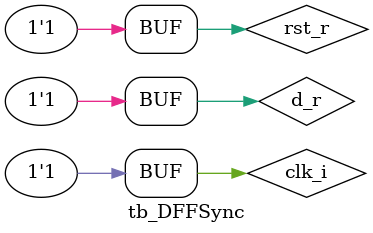
<source format=sv>
module tb_DFFSync;

//Input to design from TB
reg d_r; 		
reg rst_r; 
reg clk_i;

//Output signals from design to TB
wire q_w;


//Instantiate the design
  DFFAsynch DFFSynch2 ( 
  .d_i(d_r),
  .rst_i(rst_r),
  .clk_i(clk_i),
  .q_o(q_w)
); 


  
initial begin
  //Test cases
  #10 d_r = 0; rst_r = 0; 

  #10 d_r = 0; rst_r = 1;

  #10 d_r = 1; rst_r = 0;

  #10 d_r = 1; rst_r = 1; 

  #5 d_r = 0; rst_r = 0;

  #5 d_r= 0; rst_r = 1; 

  #5 d_r= 1; rst_r = 0;
  
  #5 d_r = 1; rst_r = 1; 

end
  
initial begin
  $dumpfile("dump.vcd");
  $dumpvars(1);			//dump all variables in testbench & design
end
  
initial begin
  clk_i = 0;
  repeat(15) #5 clk_i = ~clk_i;
end

endmodule

</source>
